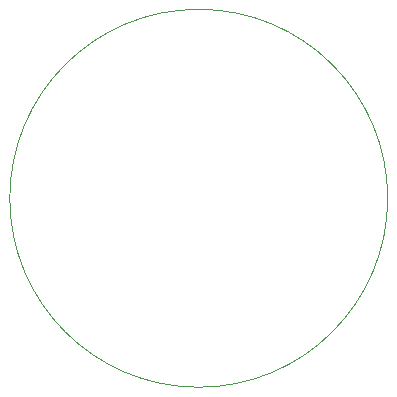
<source format=gbr>
G04 #@! TF.GenerationSoftware,KiCad,Pcbnew,5.99.0-unknown-2932fe1e6~106~ubuntu20.04.1*
G04 #@! TF.CreationDate,2020-11-22T22:33:05+01:00*
G04 #@! TF.ProjectId,QFHBAL01,51464842-414c-4303-912e-6b696361645f,rev?*
G04 #@! TF.SameCoordinates,Original*
G04 #@! TF.FileFunction,Profile,NP*
%FSLAX46Y46*%
G04 Gerber Fmt 4.6, Leading zero omitted, Abs format (unit mm)*
G04 Created by KiCad (PCBNEW 5.99.0-unknown-2932fe1e6~106~ubuntu20.04.1) date 2020-11-22 22:33:05*
%MOMM*%
%LPD*%
G01*
G04 APERTURE LIST*
G04 #@! TA.AperFunction,Profile*
%ADD10C,0.050000*%
G04 #@! TD*
G04 APERTURE END LIST*
D10*
X166000000Y-90000000D02*
G75*
G03*
X166000000Y-90000000I-16000000J0D01*
G01*
M02*

</source>
